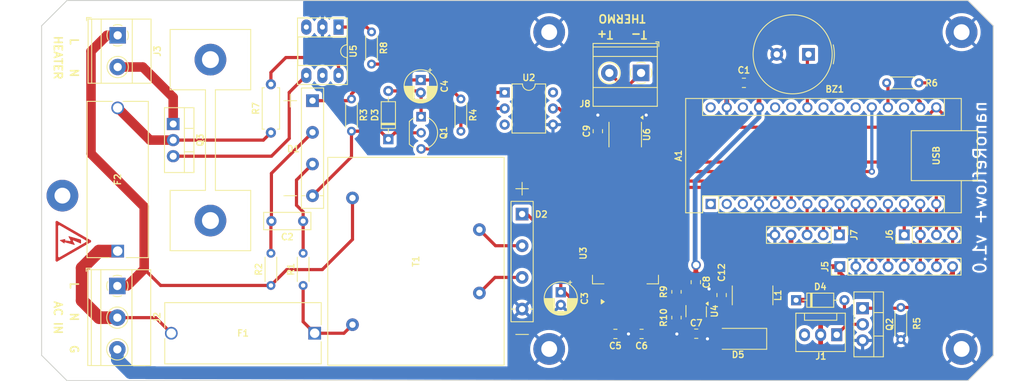
<source format=kicad_pcb>
(kicad_pcb (version 20240108) (generator "pcbnew") (generator_version "8.0")
  (title_block (title "Nano Reflow Controller+") (date "2025-01-17") (rev "1.0"))
  (layers (0 "F.Cu" signal) (31 "B.Cu" signal) (34 "B.Paste" user) (35 "F.Paste" user) (36 "B.SilkS" user "B.Silkscreen") (37 "F.SilkS" user "F.Silkscreen") (38 "B.Mask" user) (39 "F.Mask" user) (44 "Edge.Cuts" user))
  (net 0 "")
  (net 1 "GND")
  (net 2 "/MOSI")
  (net 3 "/ZEROX")
  (net 4 "/SD_CS")
  (net 5 "/LCD_RESET")
  (net 6 "/LCD_DC")
  (net 7 "/LCD_CS")
  (net 8 "/MISO")
  (net 9 "5V")
  (net 10 "12v")
  (net 11 "/TC_CS")
  (net 12 "/SCK")
  (net 13 "/FAN_CTRL")
  (net 14 "Net-(C2-Pad1)")
  (net 15 "/DIMM_CTRL")
  (net 16 "Net-(C2-Pad2)")
  (net 17 "Net-(D2-+)")
  (net 18 "Net-(D1-+)")
  (net 19 "Net-(D3-A)")
  (net 20 "3V3")
  (net 21 "Net-(D1--)")
  (net 22 "Net-(T1-SB)")
  (net 23 "Net-(T1-SA)")
  (net 24 "Net-(D4-A)")
  (net 25 "AC_IN_L")
  (net 26 "Net-(Q3-A2)")
  (net 27 "AC_IN_N")
  (net 28 "AC_OUT_L")
  (net 29 "/T-")
  (net 30 "/T+")
  (net 31 "Net-(Q2-G)")
  (net 32 "Net-(Q3-G)")
  (net 33 "/ENC_CH_B")
  (net 34 "/ENC_SW")
  (net 35 "/ENC_CH_A")
  (net 39 "Net-(R7-Pad2)")
  (net 40 "Net-(R8-Pad1)")
  (net 46 "Net-(Q1-C)")
  (net 47 "Net-(R4-Pad2)")
  (net 48 "Net-(U4-BS)")
  (net 49 "Net-(D5-K)")
  (net 50 "Net-(U4-FB)")
  (net 51 "Net-(T1-AB)")
  (net 53 "Net-(A1-SCL{slash}A5)")
  (footprint "TerminalBlock_Phoenix:TerminalBlock_Phoenix_MKDS-1,5-3_1x03_P5.00mm_Horizontal" (layer "F.Cu") (at 91.935 105.055 -90)
    (property "Reference" "J2")
    (property "Value" "AC IN")
  )
  (footprint "TerminalBlock_Phoenix:TerminalBlock_Phoenix_MKDS-1,5-2_1x02_P5.00mm_Horizontal" (layer "F.Cu") (at 91.99 65.5 -90)
    (property "Reference" "J3")
    (property "Value" "HEATER")
  )
  (footprint "Resistor_THT:R_Axial_DIN0207_L6.3mm_D2.5mm_P7.62mm_Horizontal" (layer "F.Cu") (at 116.14 80.8475 90)
    (property "Reference" "R7")
    (property "Value" "180")
  )
  (footprint "Resistor_THT:R_Axial_DIN0204_L3.6mm_D1.6mm_P5.08mm_Horizontal" (layer "F.Cu") (at 116.14 104.975 90)
    (property "Reference" "R2")
    (property "Value" "220k")
  )
  (footprint "Resistor_THT:R_Axial_DIN0204_L3.6mm_D1.6mm_P5.08mm_Horizontal" (layer "F.Cu") (at 121.22 104.975 90)
    (property "Reference" "R1")
    (property "Value" "220k")
  )
  (footprint "Package_TO_SOT_THT:TO-220-3_Vertical" (layer "F.Cu") (at 100.74 79.495 -90)
    (property "Reference" "Q3")
    (property "Value" "BTA308X")
  )
  (footprint "Symbol:OSHW-Logo2_7.3x6mm_Copper" (layer "F.Cu") (at 162.59 88.25 -90)
    (property "Reference" "REF***" (hide yes))
    (property "Value" "OSHW-Logo2_7.3x6mm_Copper" (hide yes))
  )
  (footprint "Symbol:Symbol_HighVoltage_Triangle_6x6mm_Copper" (layer "F.Cu") (at 85 98 -90)
    (property "Reference" "REF**" (hide yes))
    (property "Value" "Symbol_HighVoltage_Triangle_6x6mm_Copper" (hide yes))
  )
  (footprint "arduino_nano_reflow:FUSE_0PTF0078P_LTF" (layer "F.Cu") (at 91.99 99.55 90)
    (property "Reference" "F2")
    (property "Value" "5A")
  )
  (footprint "Package_TO_SOT_SMD:SOT-23-6_Handsoldering" (layer "F.Cu") (at 183.164 109.030796 -90)
    (property "Reference" "U4")
    (property "Value" "AP3211K")
  )
  (footprint "arduino_nano_reflow:Bourns SRN6028C Inductor hand solder" (layer "F.Cu") (at 192.054 106.538 90)
    (property "Reference" "L1")
    (property "Value" "6 uH, 2.8A")
  )
  (footprint "arduino_nano_reflow:BV301S15010" (layer "F.Cu") (at 139 101.165 -90)
    (property "Reference" "T1")
    (property "Value" "12 V")
  )
  (footprint "MountingHole:MountingHole_2.5mm_Pad" (layer "F.Cu") (at 160 115)
    (property "Reference" "REF**" (hide yes))
    (property "Value" "MountingHole_2.5mm_Pad")
  )
  (footprint "Package_TO_SOT_THT:TO-92_Inline_Wide" (layer "F.Cu") (at 139.80896 78.344 -90)
    (property "Reference" "Q1")
    (property "Value" "40V, 0.8A")
  )
  (footprint "Capacitor_SMD:C_0805_2012Metric_Pad1.18x1.45mm_HandSolder" (layer "F.Cu") (at 183.176053 112.586796)
    (property "Reference" "C7")
    (property "Value" "0.1uF")
  )
  (footprint "Connector_PinHeader_2.54mm:PinHeader_1x05_P2.54mm_Vertical" (layer "F.Cu") (at 205.73 97 -90)
    (property "Reference" "J7")
    (property "Value" "ENC")
  )
  (footprint "arduino_nano_reflow:B40C" (layer "F.Cu") (at 122.695571 83.311697 180)
    (property "Reference" "D1")
    (property "Value" "B40C1500A")
  )
  (footprint "arduino_nano_reflow:Aavid 51300 Heatsink" (layer "F.Cu") (at 105.82 82.035 -90)
    (property "Reference" "HS1" (hide yes))
    (property "Value" "~")
  )
  (footprint "Capacitor_SMD:C_0805_2012Metric_Pad1.18x1.45mm_HandSolder" (layer "F.Cu") (at 170.43 112.625)
    (property "Reference" "C5")
    (property "Value" "0.22uF")
  )
  (footprint "Resistor_THT:R_Axial_DIN0204_L3.6mm_D1.6mm_P5.08mm_Horizontal" (layer "F.Cu") (at 215.422 113.523 90)
    (property "Reference" "R5")
    (property "Value" "100k")
  )
  (footprint "Connector_PinHeader_2.54mm:PinHeader_1x08_P2.54mm_Vertical" (layer "F.Cu") (at 205.8 102 90)
    (property "Reference" "J5")
    (property "Value" "LCD")
  )
  (footprint "Resistor_THT:R_Axial_DIN0204_L3.6mm_D1.6mm_P5.08mm_Horizontal" (layer "F.Cu") (at 146.08 75.55 -90)
    (property "Reference" "R4")
    (property "Value" "1k")
  )
  (footprint "Resistor_SMD:R_0805_2012Metric_Pad1.20x1.40mm_HandSolder" (layer "F.Cu") (at 180.062053 110.046796 -90)
    (property "Reference" "R10")
    (property "Value" "28k")
  )
  (footprint "Resistor_THT:R_Axial_DIN0204_L3.6mm_D1.6mm_P5.08mm_Horizontal" (layer "F.Cu") (at 213.19 73)
    (property "Reference" "R6")
    (property "Value" "4.7k")
  )
  (footprint "Diode_THT:D_DO-35_SOD27_P7.62mm_Horizontal" (layer "F.Cu") (at 198.912 107.3)
    (property "Reference" "D4")
    (property "Value" "1N4007")
  )
  (footprint "Capacitor_SMD:C_0805_2012Metric_Pad1.18x1.45mm_HandSolder" (layer "F.Cu") (at 187.174053 106.490796 90)
    (property "Reference" "C12")
    (property "Value" "0.01uF")
  )
  (footprint "Package_DIP:DIP-6_W7.62mm" (layer "F.Cu") (at 152.98 74.51)
    (property "Reference" "U2")
    (property "Value" "H11AA1")
  )
  (footprint "MountingHole:MountingHole_2.5mm_Pad" (layer "F.Cu") (at 160 65)
    (property "Reference" "REF**" (hide yes))
    (property "Value" "MountingHole_2.5mm_Pad")
  )
  (footprint "Package_DIP:DIP-6_W7.62mm_Socket_LongPads" (layer "F.Cu") (at 126.8 64.2 -90)
    (property "Reference" "U5")
    (property "Value" "MOC3020M")
  )
  (footprint "Capacitor_THT:CP_Radial_D5.0mm_P2.00mm" (layer "F.Cu") (at 161.828 106.042 -90)
    (property "Reference" "C3")
    (property "Value" "10uF")
  )
  (footprint "Capacitor_SMD:C_0805_2012Metric_Pad1.18x1.45mm_HandSolder" (layer "F.Cu") (at 167.67 80.63 -90)
    (property "Reference" "C9")
    (property "Value" "0.1 uF 6.3 V")
  )
  (footprint "Module:Arduino_Nano" (layer "F.Cu") (at 185.45 92.11 90)
    (property "Reference" "A1")
    (property "Value" "Arduino_Nano_Every")
  )
  (footprint "Capacitor_SMD:C_0805_2012Metric_Pad1.18x1.45mm_HandSolder" (layer "F.Cu") (at 190.69 73 180)
    (property "Reference" "C1")
    (property "Value" "0.1uF, 10 V")
  )
  (footprint "Resistor_THT:R_Axial_DIN0204_L3.6mm_D1.6mm_P5.08mm_Horizontal" (layer "F.Cu") (at 128.84 75.55 -90)
    (property "Reference" "R3")
    (property "Value" "22k")
  )
  (footprint "Connector_PinHeader_2.54mm:PinHeader_1x04_P2.54mm_Vertical" (layer "F.Cu") (at 215.96 97 90)
    (property "Reference" "J6")
    (property "Value" "SD")
  )
  (footprint "Diode_THT:D_DO-35_SOD27_P7.62mm_Horizontal" (layer "F.Cu") (at 134.65 81.9 90)
    (property "Reference" "D3")
    (property "Value" "1N4148")
  )
  (footprint "MountingHole:MountingHole_2.5mm_Pad" (layer "F.Cu") (at 225 115)
    (property "Reference" "REF**" (hide yes))
    (property "Value" "MountingHole_2.5mm_Pad")
  )
  (footprint "Capacitor_SMD:C_0805_2012Metric_Pad1.18x1.45mm_HandSolder" (layer "F.Cu") (at 174.56 112.625 180)
    (property "Reference" "C6")
    (property "Value" "0.1uF")
  )
  (footprint "MountingHole:MountingHole_2.5mm_Pad" (layer "F.Cu") (at 83.28118 90.80074)
    (property "Reference" "REF**" (hide yes))
    (property "Value" "MountingHole_2.5mm_Pad")
  )
  (footprint "Capacitor_SMD:C_0805_2012Metric_Pad1.18x1.45mm_HandSolder" (layer "F.Cu") (at 183.110053 104.458796 -90)
    (property "Reference" "C8")
    (property "Value" "10uF")
  )
  (footprint "Package_TO_SOT_THT:TO-220-3_Vertical" (layer "F.Cu") (at 209.397 108.57 -90)
    (property "Reference" "Q2")
    (property "Value" "IRF540N")
  )
  (footprint "Buzzer_Beeper:Buzzer_TDK_PS1240P02BT_D12.2mm_H6.5mm" (layer "F.Cu") (at 200.870785 68.5 180)
    (property "Reference" "BZ1")
    (property "Value" "~")
  )
  (footprint "Resistor_THT:R_Axial_DIN0204_L3.6mm_D1.6mm_P5.08mm_Horizontal" (layer "F.Cu") (at 132 64.96 -90)
    (property "Reference" "R8")
    (property "Value" "1k")
  )
  (footprint "TerminalBlock_Phoenix:TerminalBlock_Phoenix_MKDS-1,5-2_1x02_P5.00mm_Horizontal" (layer "F.Cu") (at 174.48 71.435 180)
    (property "Reference" "J8")
    (property "Value" "K-TYPE")
  )
  (footprint "Capacitor_THT:C_Rect_L7.2mm_W2.5mm_P5.00mm_FKS2_FKP2_MKS2_MKP2" (layer "F.Cu") (at 121.22 94.815 180)
    (property "Reference" "C2")
    (property "Value" "1nF 200 V")
  )
  (footprint "Capacitor_THT:CP_Radial_D5.0mm_P2.00mm" (layer "F.Cu") (at 139.75 72.544888 -90)
    (property "Reference" "C4")
    (property "Value" "10uF 10V")
  )
  (footprint "Package_SO:SO-8_3.9x4.9mm_P1.27mm" (layer "F.Cu") (at 171.98 81.165 -90)
    (property "Reference" "U6")
    (property "Value" "~")
  )
  (footprint "MountingHole:MountingHole_2.5mm_Pad" (layer "F.Cu") (at 225 65)
    (property "Reference" "REF**" (hide yes))
    (property "Value" "MountingHole_2.5mm_Pad")
  )
  (footprint "Diode_SMD:D_SMA_Handsoldering" (layer "F.Cu") (at 189.768 113.396 180)
    (property "Reference" "D5")
    (property "Value" "40V, 2A")
  )
  (footprint "arduino_nano_reflow:FUSE_0PTF0078P_LTF" (layer "F.Cu") (at 123.04 112.515 180)
    (property "Reference" "F1")
    (property "Value" "2A")
  )
  (footprint "Connector:FanPinHeader_1x03_P2.54mm_Vertical" (layer "F.Cu") (at 205.322 112.755 180)
    (property "Reference" "J1")
    (property "Value" "12v FAN")
  )
  (footprint "Package_TO_SOT_SMD:TO-263-3_TabPin4" (layer "F.Cu") (at 172.02 99.895 90)
    (property "Reference" "U3")
    (property "Value" "LM340T-12/NOPB")
  )
  (footprint "arduino_nano_reflow:B40C" (layer "F.Cu") (at 155.732 101.204 180)
    (property "Reference" "D2")
    (property "Value" "B40C1500A")
  )
  (footprint "Resistor_SMD:R_0805_2012Metric_Pad1.20x1.40mm_HandSolder" (layer "F.Cu") (at 180.062053 105.982796 -90)
    (property "Reference" "R9")
    (property "Value" "49.9k")
  )
  (gr_line (start 226 120) (end 84 120) (stroke (width 0.15)) (layer "Edge.Cuts"))
  (gr_line (start 84 60) (end 226 60) (stroke (width 0.15)) (layer "Edge.Cuts"))
  (gr_line (start 226 120) (end 230 116) (stroke (width 0.15)) (layer "Edge.Cuts"))
  (gr_line (start 80 116) (end 84 120) (stroke (width 0.15)) (layer "Edge.Cuts"))
  (gr_line (start 230 116) (end 230 64) (stroke (width 0.15)) (layer "Edge.Cuts"))
  (gr_line (start 80 64) (end 84 60) (stroke (width 0.15)) (layer "Edge.Cuts"))
  (gr_line (start 230 64) (end 226 60) (stroke (width 0.15)) (layer "Edge.Cuts"))
  (gr_line (start 80 64) (end 80 116) (stroke (width 0.15)) (layer "Edge.Cuts"))
  (gr_text "nanoReflow+ v1.0" (at 227.9 89.52 90) (layer "B.Cu" knockout) (effects (font (size 2 2) (thickness 0.3)) (justify mirror)))
  (gr_text "L    N" (at 85.12 69.025 270) (layer "F.SilkS") (effects (font (size 1.25 1.25) (thickness 0.25) (bold yes))))
  (gr_text "HEATER" (at 82.58 69.025 270) (layer "F.SilkS") (effects (font (size 1.25 1.25) (thickness 0.25) (bold yes))))
  (gr_text "L    N    G" (at 85.12 110.055 270) (layer "F.SilkS") (effects (font (size 1.25 1.25) (thickness 0.25) (bold yes))))
  (gr_text "THERMO" (at 171.48 62.85 180) (layer "F.SilkS") (effects (font (size 1.25 1.25) (thickness 0.25) (bold yes))))
  (gr_text "AC IN" (at 82.58 110.055 270) (layer "F.SilkS") (effects (font (size 1.25 1.25) (thickness 0.25) (bold yes))))
  (gr_text "T-   T+" (at 171.48 65.39 180) (layer "F.SilkS") (effects (font (size 1.25 1.25) (thickness 0.25) (bold yes))))
  (segment (start 187.99 76.87) (end 187.99 74.6625) (width 0.75) (layer "F.Cu") (net 1))
  (segment (start 172.02 111.985) (end 171.38 112.625) (width 0.75) (layer "F.Cu") (net 1))
  (segment (start 174.79 78.59) (end 175.29 78.09) (width 0.75) (layer "F.Cu") (net 1))
  (segment (start 183.110053 105.408796) (end 183.164 105.462743) (width 0.5) (layer "F.Cu") (net 1))
  (segment (start 167.67 78.09) (end 167.67 79.5925) (width 0.75) (layer "F.Cu") (net 1))
  (segment (start 187.174053 105.453296) (end 185.264704 105.453296) (width 0.75) (layer "F.Cu") (net 1))
  (segment (start 180.062053 112.580053) (end 180.116 112.634) (width 0.75) (layer "F.Cu") (net 1))
  (segment (start 187.268 113.396) (end 184.942 113.396) (width 0.75) (layer "F.Cu") (net 1))
  (segment (start 184.942 113.396) (end 184.935257 113.396) (width 0.75) (layer "F.Cu") (net 1))
  (segment (start 173.61 112.625) (end 172.496 112.625) (width 0.75) (layer "F.Cu") (net 1))
  (segment (start 172.496 112.625) (end 171.38 112.625) (width 0.75) (layer "F.Cu") (net 1))
  (segment (start 183.110053 105.408796) (end 185.082796 105.408796) (width 0.75) (layer "F.Cu") (net 1))
  (segment (start 172.02 107.545) (end 172.02 111.985) (width 0.75) (layer "F.Cu") (net 1))
  (segment (start 180.062053 111.046796) (end 180.062053 112.580053) (width 0.75) (layer "F.Cu") (net 1))
  (segment (start 183.164 105.462743) (end 183.164 107.680796) (width 0.5) (layer "F.Cu") (net 1))
  (segment (start 173.885 78.59) (end 174.79 78.59) (width 0.75) (layer "F.Cu") (net 1))
  (segment (start 184.935257 113.396) (end 184.126053 112.586796) (width 0.75) (layer "F.Cu") (net 1))
  (segment (start 185.082796 105.408796) (end 185.196 105.522) (width 0.75) (layer "F.Cu") (net 1))
  (segment (start 187.99 74.6625) (end 189.6525 73) (width 0.75) (layer "F.Cu") (net 1))
  (segment (start 185.264704 105.453296) (end 185.196 105.522) (width 0.75) (layer "F.Cu") (net 1))
  (via (at 167.67 78.09) (size 1) (drill 0.5) (layers "F.Cu" "B.Cu") (net 1))
  (via (at 184.942 113.396) (size 1) (drill 0.5) (layers "F.Cu" "B.Cu") (net 1))
  (via (at 180.116 112.634) (size 1) (drill 0.5) (layers "F.Cu" "B.Cu") (net 1))
  (via (at 172.496 112.625) (size 1) (drill 0.5) (layers "F.Cu" "B.Cu") (net 1))
  (via (at 185.196 105.522) (size 1) (drill 0.5) (layers "F.Cu" "B.Cu") (net 1))
  (via (at 175.29 78.09) (size 1) (drill 0.5) (layers "F.Cu" "B.Cu") (net 1))
  (segment (start 94.01 118.73) (end 97.82 118.73) (width 2) (layer "B.Cu") (net 1))
  (segment (start 91.935 116.655) (end 94.01 118.73) (width 2) (layer "B.Cu") (net 1))
  (segment (start 91.935 115.055) (end 91.935 116.655) (width 2) (layer "B.Cu") (net 1))
  (segment (start 218.5 92.14) (end 218.47 92.11) (width 0.5) (layer "F.Cu") (net 2))
  (segment (start 218.5 97) (end 218.5 92.14) (width 0.5) (layer "F.Cu") (net 2))
  (segment (start 218.5 102) (end 218.5 97) (width 0.5) (layer "F.Cu") (net 2))
  (segment (start 195.61 90.61) (end 194.5 89.5) (width 0.5) (layer "F.Cu") (net 3))
  (segment (start 162.5 82.5) (end 162.5 78) (width 0.5) (layer "F.Cu") (net 3))
  (segment (start 162.5 78) (end 161.55 77.05) (width 0.5) (layer "F.Cu") (net 3))
  (segment (start 169.5 89.5) (end 162.5 82.5) (width 0.5) (layer "F.Cu") (net 3))
  (segment (start 161.55 77.05) (end 160.6 77.05) (width 0.5) (layer "F.Cu") (net 3))
  (segment (start 195.61 92.11) (end 195.61 90.61) (width 0.5) (layer "F.Cu") (net 3))
  (segment (start 194.5 89.5) (end 169.5 89.5) (width 0.5) (layer "F.Cu") (net 3))
  (segment (start 215.96 97) (end 215.96 92.14) (width 0.5) (layer "F.Cu") (net 4))
  (segment (start 215.96 92.14) (end 215.93 92.11) (width 0.5) (layer "F.Cu") (net 4))
  (segment (start 213.42 99.92) (end 210.85 97.35) (width 0.5) (layer "F.Cu") (net 5))
  (segment (start 213.42 102) (end 213.42 99.92) (width 0.5) (layer "F.Cu") (net 5))
  (segment (start 210.85 97.35) (end 210.85 92.11) (width 0.5) (layer "F.Cu") (net 5))
  (segment (start 215.96 102) (end 215.96 100.46) (width 0.5) (layer "F.Cu") (net 6))
  (segment (start 213.39 96.89) (end 213.39 92.11) (width 0.5) (layer "F.Cu") (net 6))
  (segment (start 215.96 100.46) (end 213.5 98) (width 0.5) (layer "F.Cu") (net 6))
  (segment (start 213.5 97) (end 213.39 96.89) (width 0.5) (layer "F.Cu") (net 6))
  (segment (start 213.5 98) (end 213.5 97) (width 0.5) (layer "F.Cu") (net 6))
  (segment (start 208.31 97.31) (end 208.31 92.11) (width 0.5) (layer "F.Cu") (net 7))
  (segment (start 210.88 99.88) (end 208.31 97.31) (width 0.5) (layer "F.Cu") (net 7))
  (segment (start 210.88 102) (end 210.88 99.88) (width 0.5) (layer "F.Cu") (net 7))
  (segment (start 221.04 97) (end 221.04 92.14) (width 0.5) (layer "F.Cu") (net 8))
  (segment (start 172.615 84.614999) (end 173.500001 85.5) (width 0.5) (layer "F.Cu") (net 8))
  (segment (start 172.615 83.74) (end 172.615 84.614999) (width 0.5) (layer "F.Cu") (net 8))
  (segment (start 216 85.5) (end 221.01 90.51) (width 0.5) (layer "F.Cu") (net 8))
  (segment (start 173.500001 85.5) (end 216 85.5) (width 0.5) (layer "F.Cu") (net 8))
  (segment (start 221.01 90.51) (end 221.01 92.11) (width 0.5) (layer "F.Cu") (net 8))
  (segment (start 221.04 92.14) (end 221.01 92.11) (width 0.5) (layer "F.Cu") (net 8))
  (segment (start 205.8 102) (end 195.5 102) (width 0.75) (layer "F.Cu") (net 9))
  (segment (start 223.58 102) (end 223.58 103.17) (width 0.75) (layer "F.Cu") (net 9))
  (segment (start 183.110053 103.421296) (end 183.110053 101.789947) (width 0.75) (layer "F.Cu") (net 9))
  (segment (start 193.962 103.538) (end 192.054 103.538) (width 0.75) (layer "F.Cu") (net 9))
  (segment (start 198.11 97) (end 198.11 101.89) (width 0.75) (layer "F.Cu") (net 9))
  (segment (start 195.5 102) (end 193.962 103.538) (width 0.75) (layer "F.Cu") (net 9))
  (segment (start 193.07 74.3425) (end 191.7275 73) (width 0.75) (layer "F.Cu") (net 9))
  (segment (start 222.75 104) (end 206.75 104) (width 0.75) (layer "F.Cu") (net 9))
  (segment (start 223.58 103.17) (end 222.75 104) (width 0.75) (layer "F.Cu") (net 9))
  (segment (start 183.110053 103.508796) (end 181.536053 103.508796) (width 0.75) (layer "F.Cu") (net 9))
  (segment (start 192 103.538) (end 183.139257 103.538) (width 0.75) (layer "F.Cu") (net 9))
  (segment (start 193.07 76.87) (end 193.07 74.3425) (width 0.75) (layer "F.Cu") (net 9))
  (segment (start 206.75 104) (end 205.8 103.05) (width 0.75) (layer "F.Cu") (net 9))
  (segment (start 183.110053 101.789947) (end 183.15 101.75) (width 0.75) (layer "F.Cu") (net 9))
  (segment (start 192.054 103.538) (end 192 103.538) (width 0.75) (layer "F.Cu") (net 9))
  (segment (start 183.139257 103.538) (end 183.110053 103.508796) (width 0.75) (layer "F.Cu") (net 9))
  (segment (start 205.8 103.05) (end 205.8 102) (width 0.75) (layer "F.Cu") (net 9))
  (segment (start 181.536053 103.508796) (end 180.062053 104.982796) (width 0.75) (layer "F.Cu") (net 9))
  (via (at 183.15 101.75) (size 1.5) (drill 1) (layers "F.Cu" "B.Cu") (net 9))
  (segment (start 193.07 76.87) (end 193.07 78.43) (width 0.75) (layer "B.Cu") (net 9))
  (segment (start 193.07 78.43) (end 183 88.5) (width 0.75) (layer "B.Cu") (net 9))
  (segment (start 183 101.6) (end 183.15 101.75) (width 0.75) (layer "B.Cu") (net 9))
  (segment (start 183 88.5) (end 183 101.6) (width 0.75) (layer "B.Cu") (net 9))
  (segment (start 175.51 112.625) (end 175.51 110.568) (width 0.75) (layer "F.Cu") (net 10))
  (segment (start 182.214 110.380796) (end 183.164 110.380796) (width 0.5) (layer "F.Cu") (net 10))
  (segment (start 201.198 107.3) (end 202.782 108.884) (width 0.75) (layer "F.Cu") (net 10))
  (segment (start 202.782 108.884) (end 202.782 112.755) (width 0.75) (layer "F.Cu") (net 10))
  (segment (start 174.56 109.618) (end 174.56 107.545) (width 0.75) (layer "F.Cu") (net 10))
  (segment (start 201.452 115.936) (end 183.164 115.936) (width 0.75) (layer "F.Cu") (net 10))
  (segment (start 198.912 107.3) (end 201.198 107.3) (width 0.75) (layer "F.Cu") (net 10))
  (segment (start 182.214 110.380796) (end 182.214 112.574743) (width 0.5) (layer "F.Cu") (net 10))
  (segment (start 177.297 114.412) (end 175.51 112.625) (width 0.75) (layer "F.Cu") (net 10))
  (segment (start 182.214 112.574743) (end 182.226053 112.586796) (width 0.5) (layer "F.Cu") (net 10))
  (segment (start 183.164 115.936) (end 181.64 114.412) (width 0.75) (layer "F.Cu") (net 10))
  (segment (start 202.782 112.755) (end 202.782 114.606) (width 0.75) (layer "F.Cu") (net 10))
  (segment (start 182.226053 113.825947) (end 181.64 114.412) (width 0.75) (layer "F.Cu") (net 10))
  (segment (start 182.226053 112.586796) (end 182.226053 113.825947) (width 0.75) (layer "F.Cu") (net 10))
  (segment (start 175.51 110.568) (end 174.56 109.618) (width 0.75) (layer "F.Cu") (net 10))
  (segment (start 181.64 114.412) (end 177.297 114.412) (width 0.75) (layer "F.Cu") (net 10))
  (segment (start 202.782 114.606) (end 201.452 115.936) (width 0.75) (layer "F.Cu") (net 10))
  (segment (start 171.345 83.74) (end 171.345 84.614999) (width 0.5) (layer "F.Cu") (net 11))
  (segment (start 173.730001 87) (end 210.85 87) (width 0.5) (layer "F.Cu") (net 11))
  (segment (start 171.345 84.614999) (end 173.730001 87) (width 0.5) (layer "F.Cu") (net 11))
  (via (at 210.85 87) (size 1) (drill 0.5) (layers "F.Cu" "B.Cu") (net 11))
  (segment (start 210.85 87) (end 210.85 76.87) (width 0.5) (layer "B.Cu") (net 11))
  (segment (start 221.04 100.96) (end 221.04 102) (width 0.5) (layer "F.Cu") (net 12))
  (segment (start 171 82) (end 176 82) (width 0.5) (layer "F.Cu") (net 12))
  (segment (start 170.075 82.925) (end 171 82) (width 0.5) (layer "F.Cu") (net 12))
  (segment (start 176 82) (end 178 80) (width 0.5) (layer "F.Cu") (net 12))
  (segment (start 223.58 97) (end 223.58 98.42) (width 0.5) (layer "F.Cu") (net 12))
  (segment (start 170.075 83.74) (end 170.075 82.925) (width 0.5) (layer "F.Cu") (net 12))
  (segment (start 223.58 79.44) (end 221.01 76.87) (width 0.5) (layer "F.Cu") (net 12))
  (segment (start 178 80) (end 217.88 80) (width 0.5) (layer "F.Cu") (net 12))
  (segment (start 217.88 80) (end 221.01 76.87) (width 0.5) (layer "F.Cu") (net 12))
  (segment (start 170.075 83.74) (end 170.075 84.614999) (width 0.5) (layer "F.Cu") (net 12))
  (segment (start 223.58 98.42) (end 221.04 100.96) (width 0.5) (layer "F.Cu") (net 12))
  (segment (start 223.58 97) (end 223.58 79.44) (width 0.5) (layer "F.Cu") (net 12))
  (segment (start 213.39 73.2) (end 213.19 73) (width 0.5) (layer "F.Cu") (net 13))
  (segment (start 213.39 76.87) (end 213.39 73.2) (width 0.5) (layer "F.Cu") (net 13))
  (segment (start 120.172 92.314) (end 120.172 88.335268) (width 0.5) (layer "F.Cu") (net 14))
  (segment (start 121.22 94.815) (end 121.22 99.895) (width 0.5) (layer "F.Cu") (net 14))
  (segment (start 121.22 93.362) (end 120.172 92.314) (width 0.5) (layer "F.Cu") (net 14))
  (segment (start 120.172 88.335268) (end 122.695571 85.811697) (width 0.5) (layer "F.Cu") (net 14))
  (segment (start 121.22 94.815) (end 121.22 93.362) (width 0.5) (layer "F.Cu") (net 14))
  (segment (start 164 74) (end 164 82) (width 0.5) (layer "F.Cu") (net 15))
  (segment (start 170.5 88.5) (end 196 88.5) (width 0.5) (layer "F.Cu") (net 15))
  (segment (start 164 82) (end 170.5 88.5) (width 0.5) (layer "F.Cu") (net 15))
  (segment (start 132 70.04) (end 160.04 70.04) (width 0.5) (layer "F.Cu") (net 15))
  (segment (start 196 88.5) (end 198.15 90.65) (width 0.5) (layer "F.Cu") (net 15))
  (segment (start 160.04 70.04) (end 164 74) (width 0.5) (layer "F.Cu") (net 15))
  (segment (start 198.15 90.65) (end 198.15 92.11) (width 0.5) (layer "F.Cu") (net 15))
  (segment (start 116.14 99.895) (end 116.14 94.895) (width 0.5) (layer "F.Cu") (net 16))
  (segment (start 116.22 94.815) (end 116.22 87.287268) (width 0.5) (layer "F.Cu") (net 16))
  (segment (start 116.14 94.895) (end 116.22 94.815) (width 0.5) (layer "F.Cu") (net 16))
  (segment (start 116.22 87.287268) (end 122.695571 80.811697) (width 0.5) (layer "F.Cu") (net 16))
  (segment (start 169.48 107.545) (end 169.48 112.625) (width 0.5) (layer "F.Cu") (net 17))
  (segment (start 163.978 107.545) (end 162.475 106.042) (width 0.5) (layer "F.Cu") (net 17))
  (segment (start 162.475 106.042) (end 161.828 106.042) (width 0.5) (layer "F.Cu") (net 17))
  (segment (start 169.48 107.545) (end 163.978 107.545) (width 0.5) (layer "F.Cu") (net 17))
  (segment (start 155.732 93.704) (end 156.487 93.704) (width 0.5) (layer "F.Cu") (net 17))
  (segment (start 161.828 99.045) (end 161.828 106.042) (width 0.5) (layer "F.Cu") (net 17))
  (segment (start 156.487 93.704) (end 161.828 99.045) (width 0.5) (layer "F.Cu") (net 17))
  (segment (start 128.84 74.756) (end 129.048 74.548) (width 0.5) (layer "F.Cu") (net 18))
  (segment (start 139.75 72.544888) (end 131.051112 72.544888) (width 0.5) (layer "F.Cu") (net 18))
  (segment (start 143.074888 72.544888) (end 146.08 75.55) (width 0.5) (layer "F.Cu") (net 18))
  (segment (start 128.578303 75.811697) (end 128.84 75.55) (width 0.5) (layer "F.Cu") (net 18))
  (segment (start 122.695571 75.811697) (end 128.578303 75.811697) (width 0.5) (layer "F.Cu") (net 18))
  (segment (start 131.051112 72.544888) (end 129.048 74.548) (width 0.5) (layer "F.Cu") (net 18))
  (segment (start 128.84 75.55) (end 128.84 74.756) (width 0.5) (layer "F.Cu") (net 18))
  (segment (start 139.75 72.544888) (end 143.074888 72.544888) (width 0.5) (layer "F.Cu") (net 18))
  (segment (start 139.80896 74.603848) (end 139.75 74.544888) (width 0.5) (layer "F.Cu") (net 19))
  (segment (start 134.65 74.28) (end 139.485112 74.28) (width 0.5) (layer "F.Cu") (net 19))
  (segment (start 139.80896 78.344) (end 139.80896 74.603848) (width 0.5) (layer "F.Cu") (net 19))
  (segment (start 139.485112 74.28) (end 139.75 74.544888) (width 0.5) (layer "F.Cu") (net 19))
  (segment (start 218.47 75.97) (end 215.5 73) (width 0.5) (layer "F.Cu") (net 20))
  (segment (start 218.47 76.87) (end 218.47 75.97) (width 0.5) (layer "F.Cu") (net 20))
  (segment (start 174.235 80.765) (end 170.075 80.765) (width 0.5) (layer "F.Cu") (net 20))
  (segment (start 170.075 78.59) (end 170.075 80.765) (width 0.5) (layer "F.Cu") (net 20))
  (segment (start 170.075 80.765) (end 169.1725 81.6675) (width 0.5) (layer "F.Cu") (net 20))
  (segment (start 215.5 73) (end 215.5 69) (width 0.5) (layer "F.Cu") (net 20))
  (segment (start 212.5 66) (end 189 66) (width 0.5) (layer "F.Cu") (net 20))
  (segment (start 189 66) (end 174.235 80.765) (width 0.5) (layer "F.Cu") (net 20))
  (segment (start 215.5 69) (end 212.5 66) (width 0.5) (layer "F.Cu") (net 20))
  (segment (start 169.1725 81.6675) (end 167.67 81.6675) (width 0.5) (layer "F.Cu") (net 20))
  (segment (start 135.666 80.884) (end 139.80896 80.884) (width 0.5) (layer "F.Cu") (net 21))
  (segment (start 128.84 84.667268) (end 128.84 80.63) (width 0.5) (layer "F.Cu") (net 21))
  (segment (start 134.65 81.9) (end 135.666 80.884) (width 0.5) (layer "F.Cu") (net 21))
  (segment (start 133.38 80.63) (end 134.65 81.9) (width 0.5) (layer "F.Cu") (net 21))
  (segment (start 122.695571 90.811697) (end 128.84 84.667268) (width 0.5) (layer "F.Cu") (net 21))
  (segment (start 128.84 80.63) (end 133.38 80.63) (width 0.5) (layer "F.Cu") (net 21))
  (segment (start 155.732 98.704) (end 151.539 98.704) (width 0.5) (layer "F.Cu") (net 22))
  (segment (start 151.539 98.704) (end 149 96.165) (width 0.5) (layer "F.Cu") (net 22))
  (segment (start 155.732 103.704) (end 151.461 103.704) (width 0.5) (layer "F.Cu") (net 23))
  (segment (start 151.461 103.704) (end 149 106.165) (width 0.5) (layer "F.Cu") (net 23))
  (segment (start 206.967 111.11) (end 205.322 112.755) (width 0.5) (layer "F.Cu") (net 24))
  (segment (start 206.532 107.3) (end 206.532 110.675) (width 0.5) (layer "F.Cu") (net 24))
  (segment (start 206.532 110.675) (end 206.967 111.11) (width 0.5) (layer "F.Cu") (net 24))
  (segment (start 209.397 111.11) (end 206.967 111.11) (width 0.5) (layer "F.Cu") (net 24))
  (segment (start 86.39 107.3635) (end 86.39 102.22) (width 2) (layer "F.Cu") (net 25))
  (segment (start 89.06 99.55) (end 91.99 99.55) (width 2) (layer "F.Cu") (net 25))
  (segment (start 89.0815 110.055) (end 86.39 107.3635) (width 2) (layer "F.Cu") (net 25))
  (segment (start 91.935 110.055) (end 89.0815 110.055) (width 2) (layer "F.Cu") (net 25))
  (segment (start 97.98 110.055) (end 100.44 112.515) (width 0.5) (layer "F.Cu") (net 25))
  (segment (start 86.39 102.22) (end 89.06 99.55) (width 2) (layer "F.Cu") (net 25))
  (segment (start 91.935 110.055) (end 97.98 110.055) (width 0.5) (layer "F.Cu") (net 25))
  (segment (start 100.74 82.035) (end 97.075 82.035) (width 1.5) (layer "F.Cu") (net 26))
  (segment (start 114.9525 82.035) (end 116.14 80.8475) (width 0.5) (layer "F.Cu") (net 26))
  (segment (start 97.075 82.035) (end 91.99 76.95) (width 1.5) (layer "F.Cu") (net 26))
  (segment (start 100.74 82.035) (end 114.9525 82.035) (width 0.5) (layer "F.Cu") (net 26))
  (segment (start 87.787 84.186) (end 87.787 68.013) (width 1.5) (layer "F.Cu") (net 27))
  (segment (start 129 97.71) (end 129 91.165) (width 0.5) (layer "F.Cu") (net 27))
  (segment (start 118.641 102.474) (end 124.236 102.474) (width 0.5) (layer "F.Cu") (net 27))
  (segment (start 124.236 102.474) (end 129 97.71) (width 0.5) (layer "F.Cu") (net 27))
  (segment (start 98.756 104.975) (end 96.169 102.388) (width 0.5) (layer "F.Cu") (net 27))
  (segment (start 91.935 105.055) (end 93.502 105.055) (width 0.5) (layer "F.Cu") (net 27))
  (segment (start 87.787 68.013) (end 90.3 65.5) (width 1.5) (layer "F.Cu") (net 27))
  (segment (start 93.502 105.055) (end 96.169 102.388) (width 1.5) (layer "F.Cu") (net 27))
  (segment (start 116.06 105.055) (end 116.14 104.975) (width 0.5) (layer "F.Cu") (net 27))
  (segment (start 90.3 65.5) (end 91.99 65.5) (width 1.5) (layer "F.Cu") (net 27))
  (segment (start 116.14 104.975) (end 98.756 104.975) (width 0.5) (layer "F.Cu") (net 27))
  (segment (start 96.169 102.388) (end 96.169 92.568) (width 1.5) (layer "F.Cu") (net 27))
  (segment (start 96.169 92.568) (end 87.787 84.186) (width 1.5) (layer "F.Cu") (net 27))
  (segment (start 116.14 104.975) (end 118.641 102.474) (width 0.5) (layer "F.Cu") (net 27))
  (segment (start 95.945 70.5) (end 91.99 70.5) (width 1.5) (layer "F.Cu") (net 28))
  (segment (start 100.74 75.295) (end 95.945 70.5) (width 1.5) (layer "F.Cu") (net 28))
  (segment (start 100.74 79.495) (end 100.74 75.295) (width 1.5) (layer "F.Cu") (net 28))
  (segment (start 172.615 73.3) (end 172.615 78.59) (width 0.5) (layer "F.Cu") (net 29))
  (segment (start 174.48 71.435) (end 172.615 73.3) (width 0.5) (layer "F.Cu") (net 29))
  (segment (start 171.345 78.59) (end 171.345 73.3) (width 0.5) (layer "F.Cu") (net 30))
  (segment (start 171.345 73.3) (end 169.48 71.435) (width 0.5) (layer "F.Cu") (net 30))
  (segment (start 209.397 108.57) (end 215.295 108.57) (width 0.5) (layer "F.Cu") (net 31))
  (segment (start 221.057 108.443) (end 215.422 108.443) (width 0.5) (layer "F.Cu") (net 31))
  (segment (start 215.295 108.57) (end 215.422 108.443) (width 0.5) (layer "F.Cu") (net 31))
  (segment (start 226 103.5) (end 221.057 108.443) (width 0.5) (layer "F.Cu") (net 31))
  (segment (start 226 79) (end 226 103.5) (width 0.5) (layer "F.Cu") (net 31))
  (segment (start 218.27 73) (end 220 73) (width 0.5) (layer "F.Cu") (net 31))
  (segment (start 220 73) (end 226 79) (width 0.5) (layer "F.Cu") (net 31))
  (segment (start 119.029 81.773) (end 116.227 84.575) (width 0.5) (layer "F.Cu") (net 32))
  (segment (start 116.227 84.575) (end 100.74 84.575) (width 0.5) (layer "F.Cu") (net 32))
  (segment (start 121.72 71.82) (end 119.029 74.511) (width 0.5) (layer "F.Cu") (net 32))
  (segment (start 119.029 74.511) (end 119.029 81.773) (width 0.5) (layer "F.Cu") (net 32))
  (segment (start 203.23 92.11) (end 203.23 96.96) (width 0.5) (layer "F.Cu") (net 33))
  (segment (start 203.23 96.96) (end 203.19 97) (width 0.5) (layer "F.Cu") (net 33))
  (segment (start 200.65 92.15) (end 200.69 92.11) (width 0.5) (layer "F.Cu") (net 34))
  (segment (start 200.65 97) (end 200.65 92.15) (width 0.5) (layer "F.Cu") (net 34))
  (segment (start 205.77 96.96) (end 205.73 97) (width 0.5) (layer "F.Cu") (net 35))
  (segment (start 205.77 92.11) (end 205.77 96.96) (width 0.5) (layer "F.Cu") (net 35))
  (segment (start 126.8 70.3) (end 125.5 69) (width 0.5) (layer "F.Cu") (net 39))
  (segment (start 116.14 71.36) (end 116.14 73.2275) (width 0.5) (layer "F.Cu") (net 39))
  (segment (start 118.5 69) (end 116.14 71.36) (width 0.5) (layer "F.Cu") (net 39))
  (segment (start 125.5 69) (end 118.5 69) (width 0.5) (layer "F.Cu") (net 39))
  (segment (start 126.8 71.82) (end 126.8 70.3) (width 0.5) (layer "F.Cu") (net 39))
  (segment (start 131.24 64.2) (end 132 64.96) (width 0.5) (layer "F.Cu") (net 40))
  (segment (start 126.8 64.2) (end 131.24 64.2) (width 0.5) (layer "F.Cu") (net 40))
  (segment (start 149.382 78.598) (end 150.93 77.05) (width 0.5) (layer "F.Cu") (net 46))
  (segment (start 150.93 77.05) (end 152.98 77.05) (width 0.5) (layer "F.Cu") (net 46))
  (segment (start 149.382 80.884) (end 149.382 78.598) (width 0.5) (layer "F.Cu") (net 46))
  (segment (start 146.842 83.424) (end 149.382 80.884) (width 0.5) (layer "F.Cu") (net 46))
  (segment (start 139.80896 83.424) (end 146.842 83.424) (width 0.5) (layer "F.Cu") (net 46))
  (segment (start 146.08 80.63) (end 146.08 79.106) (width 0.5) (layer "F.Cu") (net 47))
  (segment (start 150.676 74.51) (end 152.98 74.51) (width 0.5) (layer "F.Cu") (net 47))
  (segment (start 146.08 79.106) (end 150.676 74.51) (width 0.5) (layer "F.Cu") (net 47))
  (segment (start 184.060053 107.893296) (end 184.425053 107.528296) (width 0.5) (layer "F.Cu") (net 48))
  (segment (start 184.425053 107.528296) (end 187.174053 107.528296) (width 0.5) (layer "F.Cu") (net 48))
  (segment (start 180.062053 109.046796) (end 180.062053 108.014796) (width 0.5) (layer "F.Cu") (net 50))
  (segment (start 180.396053 107.680796) (end 180.062053 108.014796) (width 0.5) (layer "F.Cu") (net 50))
  (segment (start 182.214 107.680796) (end 180.396053 107.680796) (width 0.5) (layer "F.Cu") (net 50))
  (segment (start 180.062053 108.014796) (end 180.062053 106.982796) (width 0.5) (layer "F.Cu") (net 50))
  (segment (start 121.22 110.695) (end 123.04 112.515) (width 0.5) (layer "F.Cu") (net 51))
  (segment (start 123.04 112.515) (end 127.65 112.515) (width 0.5) (layer "F.Cu") (net 51))
  (segment (start 121.22 104.975) (end 121.22 110.695) (width 0.5) (layer "F.Cu") (net 51))
  (segment (start 127.65 112.515) (end 129 111.165) (width 0.5) (layer "F.Cu") (net 51))
  (segment (start 200.870785 68.5) (end 200.69 68.680785) (width 0.5) (layer "F.Cu") (net 53))
  (segment (start 200.69 68.680785) (end 200.69 76.87) (width 0.5) (layer "F.Cu") (net 53))
  (zone (net 49) (net_name "Net-(D5-K)") (layer "F.Cu") (priority 1) (connect_pads thru_hole_only (clearance 0.508)) (min_thickness 0.25) (fill yes (thermal_gap 0.5) (thermal_bridge_width 0.5))
    (polygon (pts (xy 183.926 110.856) (xy 188.752 110.856) (xy 190.53 114.158) (xy 193.832 114.158) (xy 195.356 110.856) (xy 195.356 108.062) (xy 188.752 108.062) (xy 188.752 109.586) (xy 183.926 109.586)))
  )
  (zone (net 1) (net_name "GND") (layer "B.Cu") (connect_pads (clearance 0.508)) (min_thickness 0.25) (fill yes (thermal_gap 0.5) (thermal_bridge_width 0.5))
    (polygon (pts (xy 226 60) (xy 230 64) (xy 230 116) (xy 226 120) (xy 96.29 119.75) (xy 96.29 117.75) (xy 153.43 117.75) (xy 153.43 84.44) (xy 131.38 84.44) (xy 121.22 71.74) (xy 121.22 60)))
  )
)
</source>
